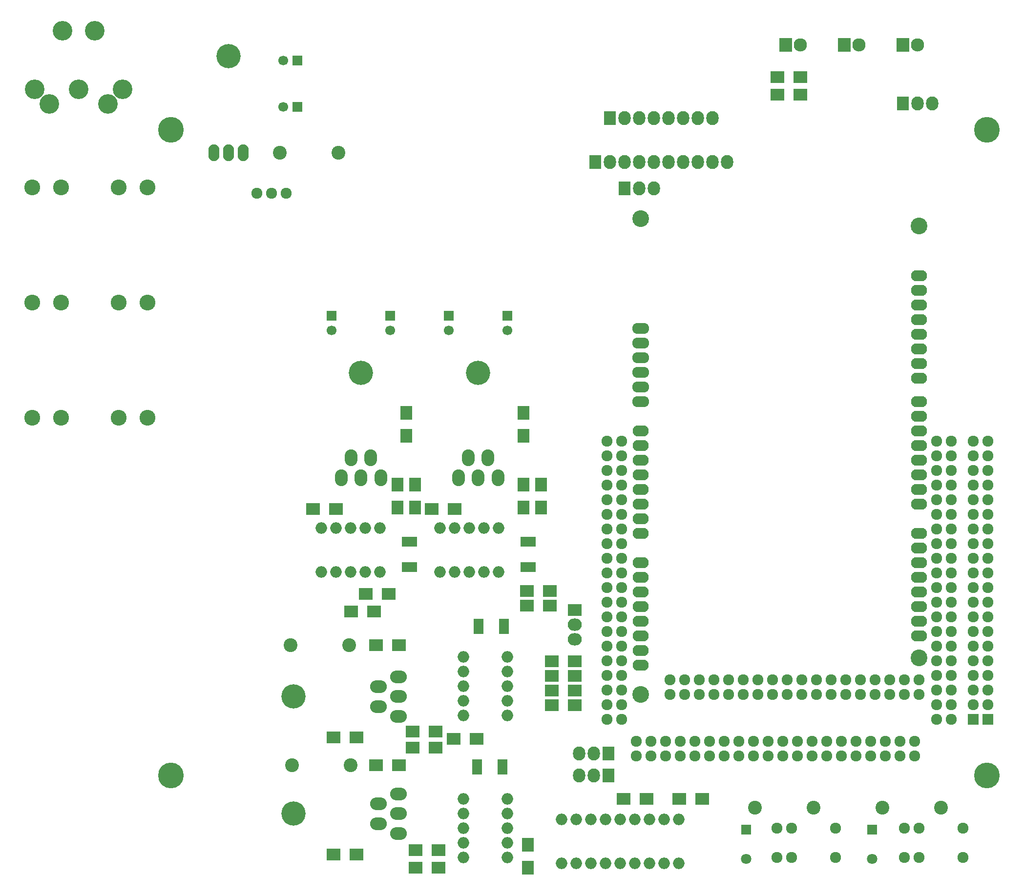
<source format=gts>
G04 #@! TF.FileFunction,Soldermask,Top*
%FSLAX46Y46*%
G04 Gerber Fmt 4.6, Leading zero omitted, Abs format (unit mm)*
G04 Created by KiCad (PCBNEW 4.0.1-stable) date Monday, February 22, 2016 'PMt' 07:07:20 PM*
%MOMM*%
G01*
G04 APERTURE LIST*
%ADD10C,0.100000*%
%ADD11R,1.800000X0.700000*%
%ADD12O,2.000000X2.000000*%
%ADD13C,1.924000*%
%ADD14O,2.800000X1.924000*%
%ADD15O,2.940000X1.924000*%
%ADD16C,2.900000*%
%ADD17C,3.400000*%
%ADD18R,1.924000X1.924000*%
%ADD19R,1.800000X1.800000*%
%ADD20C,1.800000*%
%ADD21R,2.400000X2.000000*%
%ADD22R,2.000000X2.400000*%
%ADD23R,1.700000X1.700000*%
%ADD24C,1.700000*%
%ADD25C,2.749500*%
%ADD26R,2.300000X2.400000*%
%ADD27C,2.300000*%
%ADD28R,2.127200X2.432000*%
%ADD29O,2.127200X2.432000*%
%ADD30R,2.432000X2.127200*%
%ADD31O,2.432000X2.127200*%
%ADD32R,2.400000X2.100000*%
%ADD33R,2.100000X2.400000*%
%ADD34C,2.398980*%
%ADD35O,2.200860X2.899360*%
%ADD36C,4.199840*%
%ADD37O,2.899360X2.200860*%
%ADD38O,1.901140X2.899360*%
%ADD39R,0.700000X1.800000*%
%ADD40C,4.464000*%
G04 APERTURE END LIST*
D10*
D11*
X147406000Y-120158000D03*
X147406000Y-120658000D03*
X147406000Y-121158000D03*
X147406000Y-121658000D03*
X147406000Y-122158000D03*
X151806000Y-122158000D03*
X151806000Y-121658000D03*
X151806000Y-121158000D03*
X151806000Y-120658000D03*
X151806000Y-120158000D03*
D12*
X144780000Y-126492000D03*
X144780000Y-129032000D03*
X144780000Y-131572000D03*
X144780000Y-134112000D03*
X144780000Y-136652000D03*
X152400000Y-136652000D03*
X152400000Y-134112000D03*
X152400000Y-131572000D03*
X152400000Y-129032000D03*
X152400000Y-126492000D03*
D13*
X172198000Y-111906000D03*
X172198000Y-101746000D03*
X172198000Y-99206000D03*
X169658000Y-99206000D03*
X169658000Y-101746000D03*
X169658000Y-91586000D03*
X169658000Y-89046000D03*
X172198000Y-91586000D03*
X172198000Y-89046000D03*
X172198000Y-94126000D03*
X172198000Y-96666000D03*
X169658000Y-94126000D03*
X169658000Y-96666000D03*
X169658000Y-106826000D03*
X169658000Y-104286000D03*
X169658000Y-109366000D03*
X169658000Y-111906000D03*
X172198000Y-109366000D03*
X169658000Y-119526000D03*
X172198000Y-119526000D03*
X169658000Y-122066000D03*
X172198000Y-122066000D03*
X169658000Y-124606000D03*
X172198000Y-124606000D03*
X169658000Y-134766000D03*
X172198000Y-134766000D03*
X169658000Y-137306000D03*
X172198000Y-137306000D03*
X200138000Y-143656000D03*
X202678000Y-143656000D03*
X205218000Y-143656000D03*
X207758000Y-143656000D03*
X210298000Y-143656000D03*
X212838000Y-143656000D03*
X215378000Y-143656000D03*
X217918000Y-143656000D03*
X220458000Y-143656000D03*
X222998000Y-143656000D03*
X229348000Y-137306000D03*
X226808000Y-137306000D03*
X229348000Y-134766000D03*
X226808000Y-134766000D03*
X229348000Y-132226000D03*
X226808000Y-132226000D03*
X229348000Y-129686000D03*
X226808000Y-129686000D03*
X229348000Y-127146000D03*
X226808000Y-127146000D03*
X229348000Y-124606000D03*
X226808000Y-124606000D03*
X229348000Y-122066000D03*
X226808000Y-122066000D03*
X229348000Y-119526000D03*
X226808000Y-119526000D03*
X229348000Y-116986000D03*
X226808000Y-116986000D03*
X229348000Y-114446000D03*
X226808000Y-114446000D03*
X229348000Y-111906000D03*
X226808000Y-111906000D03*
X229348000Y-109366000D03*
X226808000Y-109366000D03*
X229348000Y-106826000D03*
X226808000Y-106826000D03*
X229348000Y-104286000D03*
X226808000Y-104286000D03*
X229348000Y-101746000D03*
X226808000Y-101746000D03*
X229348000Y-99206000D03*
X226808000Y-99206000D03*
X229348000Y-96666000D03*
X226808000Y-96666000D03*
X229348000Y-94126000D03*
X226808000Y-94126000D03*
X229348000Y-91586000D03*
X226808000Y-91586000D03*
X229348000Y-89046000D03*
X226808000Y-89046000D03*
X197598000Y-143656000D03*
X195058000Y-143656000D03*
X192518000Y-143656000D03*
X189978000Y-143656000D03*
X187438000Y-143656000D03*
X184898000Y-143656000D03*
X182358000Y-143656000D03*
X179818000Y-143656000D03*
X177278000Y-143656000D03*
X174738000Y-143656000D03*
X222998000Y-141116000D03*
X220458000Y-141116000D03*
X217918000Y-141116000D03*
X215378000Y-141116000D03*
X212838000Y-141116000D03*
X210298000Y-141116000D03*
X207758000Y-141116000D03*
X205218000Y-141116000D03*
X202678000Y-141116000D03*
X200138000Y-141116000D03*
X197598000Y-141116000D03*
X195058000Y-141116000D03*
X192518000Y-141116000D03*
X189978000Y-141116000D03*
X187438000Y-141116000D03*
X184898000Y-141116000D03*
X182358000Y-141116000D03*
X179818000Y-141116000D03*
X177278000Y-141116000D03*
X174738000Y-141116000D03*
X172198000Y-132226000D03*
X169658000Y-132226000D03*
X172198000Y-129686000D03*
X169658000Y-129686000D03*
X172198000Y-127146000D03*
X169658000Y-127146000D03*
X172198000Y-116986000D03*
X172198000Y-114446000D03*
X169658000Y-116986000D03*
X169658000Y-114446000D03*
X172198000Y-106826000D03*
X172198000Y-104286000D03*
D14*
X223760000Y-105048000D03*
X223760000Y-107588000D03*
X223760000Y-110128000D03*
X223760000Y-112668000D03*
X223760000Y-115208000D03*
X223760000Y-117748000D03*
X223760000Y-120288000D03*
X223760000Y-122828000D03*
X175500000Y-127908000D03*
X175500000Y-125368000D03*
X175500000Y-122828000D03*
X175500000Y-120288000D03*
X175500000Y-110128000D03*
X175500000Y-105048000D03*
X175500000Y-102508000D03*
X175500000Y-112668000D03*
X175500000Y-115208000D03*
X175500000Y-117748000D03*
X175500000Y-99968000D03*
X175500000Y-97428000D03*
X175500000Y-94888000D03*
X175500000Y-87268000D03*
X175500000Y-89808000D03*
X175500000Y-92348000D03*
D15*
X175500000Y-82188000D03*
X175500000Y-79648000D03*
X175500000Y-77108000D03*
X175500000Y-72028000D03*
X175500000Y-69488000D03*
D14*
X223760000Y-99968000D03*
X223760000Y-97428000D03*
X223760000Y-94888000D03*
X223760000Y-92348000D03*
X223760000Y-89808000D03*
X223760000Y-87268000D03*
X223760000Y-84728000D03*
X223760000Y-82188000D03*
X223760000Y-78124000D03*
X223760000Y-75584000D03*
X223760000Y-73044000D03*
X223760000Y-70504000D03*
X223760000Y-67964000D03*
X223760000Y-65424000D03*
X223760000Y-62884000D03*
X223760000Y-60344000D03*
D15*
X175500000Y-74568000D03*
D16*
X175500000Y-132988000D03*
X223760000Y-126638000D03*
X223760000Y-51708000D03*
X175500000Y-50438000D03*
D13*
X221220000Y-130448000D03*
X221220000Y-132988000D03*
X218680000Y-130448000D03*
X218680000Y-132988000D03*
X216140000Y-130448000D03*
X216140000Y-132988000D03*
X213600000Y-130448000D03*
X213600000Y-132988000D03*
X223760000Y-130448000D03*
X223760000Y-132988000D03*
X211060000Y-132988000D03*
X211060000Y-130448000D03*
X208520000Y-130448000D03*
X208520000Y-132988000D03*
X205980000Y-130448000D03*
X205980000Y-132988000D03*
X203440000Y-130448000D03*
X203440000Y-132988000D03*
X200900000Y-130448000D03*
X200900000Y-132988000D03*
X198360000Y-130448000D03*
X198360000Y-132988000D03*
X195820000Y-130448000D03*
X195820000Y-132988000D03*
X193280000Y-130448000D03*
X193280000Y-132988000D03*
X190740000Y-130448000D03*
X190740000Y-132988000D03*
X188200000Y-130448000D03*
X188200000Y-132988000D03*
X185660000Y-130448000D03*
X185660000Y-132988000D03*
X183120000Y-130448000D03*
X183120000Y-132988000D03*
X180580000Y-130448000D03*
X180580000Y-132988000D03*
X199136000Y-156210000D03*
X201676000Y-156210000D03*
X199136000Y-161290000D03*
X201676000Y-161290000D03*
X209296000Y-161290000D03*
X209296000Y-156210000D03*
X221234000Y-156210000D03*
X223774000Y-156210000D03*
X221234000Y-161290000D03*
X223774000Y-161290000D03*
X231394000Y-161290000D03*
X231394000Y-156210000D03*
D17*
X75206000Y-17840000D03*
X80794000Y-17840000D03*
X85620000Y-28000000D03*
X83080000Y-30540000D03*
X78000000Y-28000000D03*
X72920000Y-30540000D03*
X70380000Y-28000000D03*
D18*
X233172000Y-137287000D03*
D13*
X233172000Y-134747000D03*
X233172000Y-132207000D03*
X233172000Y-129667000D03*
X233172000Y-127127000D03*
X233172000Y-124587000D03*
X233172000Y-122047000D03*
X233172000Y-119507000D03*
X233172000Y-116967000D03*
X233172000Y-114427000D03*
X233172000Y-111887000D03*
X233172000Y-109347000D03*
X233172000Y-106807000D03*
X233172000Y-104267000D03*
X233172000Y-101727000D03*
X233172000Y-99187000D03*
X233172000Y-96647000D03*
X233172000Y-94107000D03*
X233172000Y-91567000D03*
X233172000Y-89027000D03*
D18*
X235712000Y-137287000D03*
D13*
X235712000Y-134747000D03*
X235712000Y-132207000D03*
X235712000Y-129667000D03*
X235712000Y-127127000D03*
X235712000Y-124587000D03*
X235712000Y-122047000D03*
X235712000Y-119507000D03*
X235712000Y-116967000D03*
X235712000Y-114427000D03*
X235712000Y-111887000D03*
X235712000Y-109347000D03*
X235712000Y-106807000D03*
X235712000Y-104267000D03*
X235712000Y-101727000D03*
X235712000Y-99187000D03*
X235712000Y-96647000D03*
X235712000Y-94107000D03*
X235712000Y-91567000D03*
X235712000Y-89027000D03*
D19*
X193802000Y-156464000D03*
D20*
X193802000Y-161464000D03*
D19*
X215646000Y-156464000D03*
D20*
X215646000Y-161464000D03*
D21*
X122206000Y-140462000D03*
X126206000Y-140462000D03*
D22*
X158242000Y-100552000D03*
X158242000Y-96552000D03*
D21*
X135922000Y-139446000D03*
X139922000Y-139446000D03*
D22*
X155194000Y-100552000D03*
X155194000Y-96552000D03*
D21*
X135922000Y-142240000D03*
X139922000Y-142240000D03*
X143224000Y-100838000D03*
X139224000Y-100838000D03*
X143034000Y-140716000D03*
X147034000Y-140716000D03*
D23*
X142240000Y-67310000D03*
D24*
X142240000Y-69810000D03*
D21*
X129572000Y-124460000D03*
X133572000Y-124460000D03*
X122206000Y-160782000D03*
X126206000Y-160782000D03*
D22*
X136398000Y-100552000D03*
X136398000Y-96552000D03*
D21*
X136430000Y-160020000D03*
X140430000Y-160020000D03*
D22*
X133350000Y-100552000D03*
X133350000Y-96552000D03*
D21*
X136430000Y-163068000D03*
X140430000Y-163068000D03*
X122650000Y-100838000D03*
X118650000Y-100838000D03*
D22*
X155956000Y-159036000D03*
X155956000Y-163036000D03*
D21*
X129572000Y-145288000D03*
X133572000Y-145288000D03*
D23*
X116000000Y-23000000D03*
D24*
X113500000Y-23000000D03*
D23*
X116000000Y-31000000D03*
D24*
X113500000Y-31000000D03*
D23*
X152400000Y-67310000D03*
D24*
X152400000Y-69810000D03*
D23*
X121920000Y-67310000D03*
D24*
X121920000Y-69810000D03*
D23*
X132080000Y-67310000D03*
D24*
X132080000Y-69810000D03*
D25*
X74998740Y-65000000D03*
X70000020Y-65000000D03*
X85001260Y-65000000D03*
X89999980Y-65000000D03*
X74998740Y-85000000D03*
X70000020Y-85000000D03*
X85001260Y-85000000D03*
X89999980Y-85000000D03*
X74998740Y-45000000D03*
X70000020Y-45000000D03*
X85001260Y-45000000D03*
X89999980Y-45000000D03*
D26*
X220980000Y-20320000D03*
D27*
X223520000Y-20320000D03*
D26*
X200660000Y-20320000D03*
D27*
X203200000Y-20320000D03*
D26*
X210820000Y-20320000D03*
D27*
X213360000Y-20320000D03*
D28*
X170180000Y-33020000D03*
D29*
X172720000Y-33020000D03*
X175260000Y-33020000D03*
X177800000Y-33020000D03*
X180340000Y-33020000D03*
X182880000Y-33020000D03*
X185420000Y-33020000D03*
X187960000Y-33020000D03*
D28*
X167640000Y-40640000D03*
D29*
X170180000Y-40640000D03*
X172720000Y-40640000D03*
X175260000Y-40640000D03*
X177800000Y-40640000D03*
X180340000Y-40640000D03*
X182880000Y-40640000D03*
X185420000Y-40640000D03*
X187960000Y-40640000D03*
X190500000Y-40640000D03*
D30*
X164084000Y-118364000D03*
D31*
X164084000Y-120904000D03*
X164084000Y-123444000D03*
D28*
X220980000Y-30480000D03*
D29*
X223520000Y-30480000D03*
X226060000Y-30480000D03*
D28*
X169926000Y-147066000D03*
D29*
X167386000Y-147066000D03*
X164846000Y-147066000D03*
D28*
X169926000Y-143256000D03*
D29*
X167386000Y-143256000D03*
X164846000Y-143256000D03*
D28*
X172720000Y-45212000D03*
D29*
X175260000Y-45212000D03*
X177800000Y-45212000D03*
D32*
X164052000Y-127254000D03*
X160052000Y-127254000D03*
X164052000Y-129794000D03*
X160052000Y-129794000D03*
X164052000Y-132334000D03*
X160052000Y-132334000D03*
X164052000Y-134874000D03*
X160052000Y-134874000D03*
X155734000Y-117602000D03*
X159734000Y-117602000D03*
X155734000Y-115062000D03*
X159734000Y-115062000D03*
X199168000Y-25908000D03*
X203168000Y-25908000D03*
X199168000Y-28956000D03*
X203168000Y-28956000D03*
D33*
X155194000Y-84106000D03*
X155194000Y-88106000D03*
D32*
X131794000Y-115570000D03*
X127794000Y-115570000D03*
X129254000Y-118618000D03*
X125254000Y-118618000D03*
D33*
X134874000Y-84106000D03*
X134874000Y-88106000D03*
D32*
X172498000Y-151130000D03*
X176498000Y-151130000D03*
X186150000Y-151130000D03*
X182150000Y-151130000D03*
D34*
X195326000Y-152654000D03*
X205486000Y-152654000D03*
X217424000Y-152654000D03*
X227584000Y-152654000D03*
X125222000Y-145288000D03*
X115062000Y-145288000D03*
X123080000Y-39000000D03*
X112920000Y-39000000D03*
D13*
X111460000Y-46000000D03*
X108920000Y-46000000D03*
X114000000Y-46000000D03*
D12*
X182118000Y-154686000D03*
X179578000Y-154686000D03*
X177038000Y-154686000D03*
X174498000Y-154686000D03*
X171958000Y-154686000D03*
X169418000Y-154686000D03*
X166878000Y-154686000D03*
X164338000Y-154686000D03*
X161798000Y-154686000D03*
X161798000Y-162306000D03*
X164338000Y-162306000D03*
X166878000Y-162306000D03*
X169418000Y-162306000D03*
X171958000Y-162306000D03*
X174498000Y-162306000D03*
X177038000Y-162306000D03*
X179578000Y-162306000D03*
X182118000Y-162306000D03*
D35*
X147320000Y-95379540D03*
X143918940Y-95379540D03*
X150721060Y-95379540D03*
D36*
X147320000Y-77216000D03*
D35*
X145620740Y-91879420D03*
X149019260Y-91879420D03*
D37*
X133479540Y-133350000D03*
X133479540Y-136751060D03*
X133479540Y-129948940D03*
D36*
X115316000Y-133350000D03*
D37*
X129979420Y-135049260D03*
X129979420Y-131650740D03*
D12*
X150876000Y-104140000D03*
X148336000Y-104140000D03*
X145796000Y-104140000D03*
X143256000Y-104140000D03*
X140716000Y-104140000D03*
X140716000Y-111760000D03*
X143256000Y-111760000D03*
X145796000Y-111760000D03*
X148336000Y-111760000D03*
X150876000Y-111760000D03*
D35*
X127000000Y-95379540D03*
X123598940Y-95379540D03*
X130401060Y-95379540D03*
D36*
X127000000Y-77216000D03*
D35*
X125300740Y-91879420D03*
X128699260Y-91879420D03*
D37*
X133479540Y-153670000D03*
X133479540Y-157071060D03*
X133479540Y-150268940D03*
D36*
X115316000Y-153670000D03*
D37*
X129979420Y-155369260D03*
X129979420Y-151970740D03*
D12*
X130302000Y-104140000D03*
X127762000Y-104140000D03*
X125222000Y-104140000D03*
X122682000Y-104140000D03*
X120142000Y-104140000D03*
X120142000Y-111760000D03*
X122682000Y-111760000D03*
X125222000Y-111760000D03*
X127762000Y-111760000D03*
X130302000Y-111760000D03*
X144780000Y-151130000D03*
X144780000Y-153670000D03*
X144780000Y-156210000D03*
X144780000Y-158750000D03*
X144780000Y-161290000D03*
X152400000Y-161290000D03*
X152400000Y-158750000D03*
X152400000Y-156210000D03*
X152400000Y-153670000D03*
X152400000Y-151130000D03*
D38*
X104000000Y-39000000D03*
X101460000Y-39000000D03*
X106540000Y-39000000D03*
D36*
X104000000Y-22236000D03*
D39*
X156956000Y-106512000D03*
X156456000Y-106512000D03*
X155956000Y-106512000D03*
X155456000Y-106512000D03*
X154956000Y-106512000D03*
X154956000Y-110912000D03*
X155456000Y-110912000D03*
X155956000Y-110912000D03*
X156456000Y-110912000D03*
X156956000Y-110912000D03*
X136382000Y-106512000D03*
X135882000Y-106512000D03*
X135382000Y-106512000D03*
X134882000Y-106512000D03*
X134382000Y-106512000D03*
X134382000Y-110912000D03*
X134882000Y-110912000D03*
X135382000Y-110912000D03*
X135882000Y-110912000D03*
X136382000Y-110912000D03*
D11*
X147152000Y-144542000D03*
X147152000Y-145042000D03*
X147152000Y-145542000D03*
X147152000Y-146042000D03*
X147152000Y-146542000D03*
X151552000Y-146542000D03*
X151552000Y-146042000D03*
X151552000Y-145542000D03*
X151552000Y-145042000D03*
X151552000Y-144542000D03*
D34*
X124968000Y-124460000D03*
X114808000Y-124460000D03*
D40*
X94000000Y-147000000D03*
X94000000Y-35000000D03*
X235500000Y-147000000D03*
X235500000Y-35000000D03*
M02*

</source>
